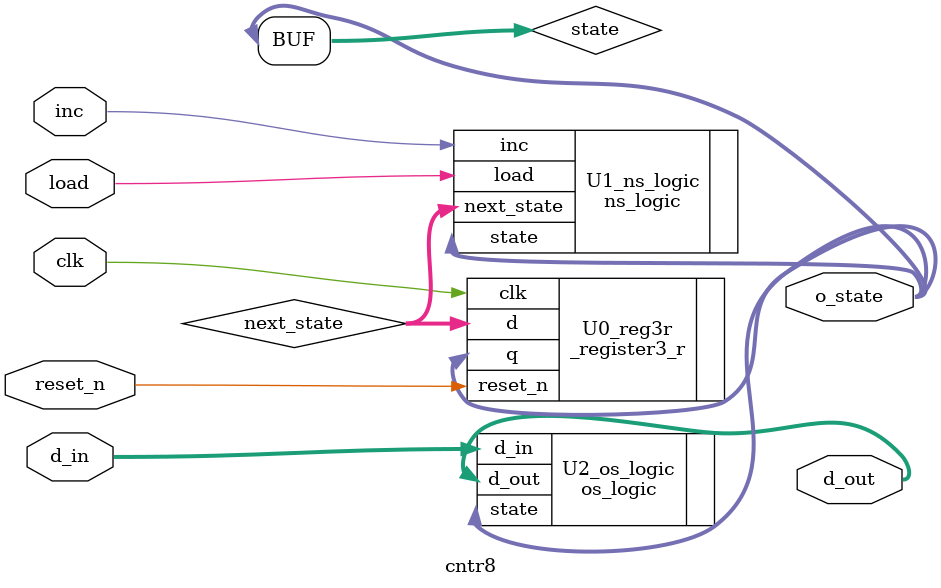
<source format=v>
module cntr8(clk,reset_n,inc,load,d_in,d_out,o_state);
	input clk,reset_n,inc,load;		//input clk, reset_n, load
	input [7:0] d_in;				//input 8bit d_in
	output [7:0] d_out;				//output 8bit d_out
	output [2:0] o_state;			//output 3bit o_state

	wire [2:0] next_state;			//wire 3bit next_state
	wire [2:0] state;				//wire 3bit state
	assign o_state=state;			// y = state

	//instance _register3_r
	_register3_r U0_reg3r (.clk(clk),.reset_n(reset_n),
								.d(next_state),.q(state));
	//instance ns_logic		
	ns_logic U1_ns_logic  (.load(load),.inc(inc),.state(o_state),
								.next_state(next_state));	
	//instance os_logic							
	os_logic U2_os_logic  (.state(state),.d_in(d_in),
								.d_out(d_out)); 

endmodule


</source>
